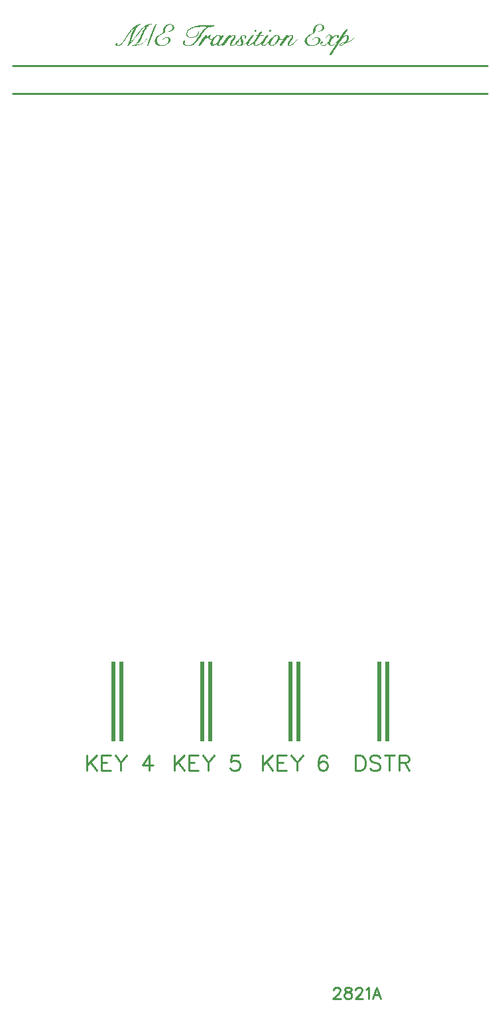
<source format=gto>
G04 Layer: TopSilkscreenLayer*
G04 EasyEDA v6.5.29, 2023-07-16 15:11:24*
G04 b1c9531ddfa049bd996740377cd84ce5,5a6b42c53f6a479593ecc07194224c93,10*
G04 Gerber Generator version 0.2*
G04 Scale: 100 percent, Rotated: No, Reflected: No *
G04 Dimensions in millimeters *
G04 leading zeros omitted , absolute positions ,4 integer and 5 decimal *
%FSLAX45Y45*%
%MOMM*%

%ADD10C,0.2540*%

%LPD*%
G36*
X1760474Y12709499D02*
G01*
X1753819Y12709347D01*
X1746605Y12708788D01*
X1739036Y12707772D01*
X1731365Y12706400D01*
X1723898Y12704622D01*
X1716786Y12702489D01*
X1710334Y12700000D01*
X1702206Y12695834D01*
X1692859Y12690144D01*
X1682699Y12683134D01*
X1672132Y12675260D01*
X1661566Y12666675D01*
X1651355Y12657836D01*
X1641906Y12648946D01*
X1633677Y12640310D01*
X1626514Y12631572D01*
X1596339Y12592253D01*
X1552346Y12533833D01*
X1532636Y12508280D01*
X1517904Y12489942D01*
X1512417Y12483490D01*
X1508150Y12478867D01*
X1505153Y12476022D01*
X1503426Y12475006D01*
X1503019Y12475210D01*
X1503172Y12476886D01*
X1540306Y12578334D01*
X1550568Y12605308D01*
X1559560Y12627864D01*
X1567332Y12645440D01*
X1570532Y12651028D01*
X1574546Y12656921D01*
X1579168Y12663017D01*
X1584299Y12669113D01*
X1589684Y12675057D01*
X1595272Y12680696D01*
X1600860Y12685928D01*
X1606296Y12690551D01*
X1611376Y12694361D01*
X1615998Y12697307D01*
X1620012Y12699187D01*
X1625955Y12700203D01*
X1628241Y12701270D01*
X1629765Y12702743D01*
X1630324Y12704622D01*
X1629562Y12707264D01*
X1627174Y12708788D01*
X1623263Y12709194D01*
X1617929Y12708432D01*
X1611071Y12706553D01*
X1602841Y12703505D01*
X1593240Y12699390D01*
X1582318Y12694208D01*
X1573631Y12689586D01*
X1565097Y12684404D01*
X1556613Y12678664D01*
X1548180Y12672364D01*
X1539798Y12665405D01*
X1531518Y12657886D01*
X1523187Y12649708D01*
X1514856Y12640818D01*
X1506575Y12631318D01*
X1498193Y12621107D01*
X1489811Y12610185D01*
X1481328Y12598552D01*
X1472793Y12586208D01*
X1428394Y12518491D01*
X1419148Y12504877D01*
X1410919Y12493193D01*
X1403654Y12483338D01*
X1397152Y12475006D01*
X1391310Y12468047D01*
X1385925Y12462306D01*
X1380845Y12457531D01*
X1375968Y12453569D01*
X1371142Y12450165D01*
X1362557Y12444933D01*
X1355191Y12441224D01*
X1348994Y12438989D01*
X1343964Y12438227D01*
X1340104Y12438938D01*
X1337360Y12441123D01*
X1335735Y12444831D01*
X1334668Y12454890D01*
X1333296Y12458954D01*
X1331112Y12462103D01*
X1328267Y12464288D01*
X1325016Y12465456D01*
X1321358Y12465456D01*
X1317548Y12464237D01*
X1313738Y12461748D01*
X1308506Y12456312D01*
X1307134Y12451181D01*
X1309674Y12445390D01*
X1316177Y12437973D01*
X1320901Y12434011D01*
X1326083Y12431166D01*
X1331772Y12429490D01*
X1337919Y12428880D01*
X1344625Y12429439D01*
X1351889Y12431115D01*
X1359763Y12433909D01*
X1368196Y12437821D01*
X1375511Y12442037D01*
X1382826Y12447219D01*
X1390192Y12453569D01*
X1397762Y12461189D01*
X1405636Y12470130D01*
X1413916Y12480594D01*
X1422654Y12492685D01*
X1432001Y12506502D01*
X1442059Y12522200D01*
X1461262Y12553442D01*
X1469440Y12566396D01*
X1477467Y12578638D01*
X1493164Y12601092D01*
X1500784Y12611354D01*
X1508252Y12620904D01*
X1515618Y12629845D01*
X1522780Y12638074D01*
X1529892Y12645694D01*
X1536801Y12652603D01*
X1543608Y12658852D01*
X1556562Y12669977D01*
X1565656Y12677190D01*
X1568754Y12679324D01*
X1570786Y12680442D01*
X1571853Y12680543D01*
X1571802Y12679629D01*
X1570634Y12677698D01*
X1565046Y12670688D01*
X1551940Y12655854D01*
X1546910Y12649606D01*
X1542288Y12643307D01*
X1538020Y12636703D01*
X1533956Y12629591D01*
X1530045Y12621768D01*
X1526133Y12612979D01*
X1522171Y12603022D01*
X1513636Y12578537D01*
X1503527Y12546533D01*
X1492707Y12510566D01*
X1486814Y12492431D01*
X1478889Y12470536D01*
X1475384Y12461849D01*
X1468983Y12448032D01*
X1466392Y12441174D01*
X1464919Y12435636D01*
X1464818Y12432284D01*
X1465580Y12431471D01*
X1466951Y12431471D01*
X1468932Y12432233D01*
X1471472Y12433655D01*
X1478026Y12438430D01*
X1486154Y12445441D01*
X1495501Y12454280D01*
X1505712Y12464542D01*
X1516329Y12475921D01*
X1527048Y12487960D01*
X1537360Y12500305D01*
X1553108Y12520726D01*
X1609547Y12595504D01*
X1618691Y12606883D01*
X1627987Y12617958D01*
X1646529Y12638582D01*
X1655622Y12647930D01*
X1664360Y12656464D01*
X1672691Y12664135D01*
X1680514Y12670739D01*
X1687728Y12676276D01*
X1703476Y12687452D01*
X1681734Y12658547D01*
X1676755Y12650825D01*
X1671015Y12641072D01*
X1658010Y12617196D01*
X1651203Y12603784D01*
X1637893Y12575844D01*
X1619097Y12534747D01*
X1607007Y12510211D01*
X1596898Y12491110D01*
X1591513Y12482169D01*
X1586941Y12475921D01*
X1582166Y12469977D01*
X1577238Y12464389D01*
X1572158Y12459208D01*
X1567129Y12454534D01*
X1562100Y12450419D01*
X1557274Y12446914D01*
X1552651Y12444069D01*
X1548333Y12441986D01*
X1544421Y12440716D01*
X1541018Y12440259D01*
X1529791Y12442139D01*
X1522323Y12440666D01*
X1518107Y12437313D01*
X1519224Y12432893D01*
X1520850Y12431979D01*
X1523492Y12431268D01*
X1531518Y12430607D01*
X1542440Y12430810D01*
X1555496Y12431776D01*
X1569923Y12433401D01*
X1584960Y12435586D01*
X1599692Y12438227D01*
X1613458Y12441224D01*
X1625396Y12444476D01*
X1634744Y12447828D01*
X1639722Y12450267D01*
X1644954Y12453213D01*
X1650339Y12456617D01*
X1655876Y12460427D01*
X1667052Y12469114D01*
X1678076Y12478867D01*
X1688541Y12489281D01*
X1693367Y12494564D01*
X1702054Y12505131D01*
X1705762Y12510312D01*
X1709013Y12515291D01*
X1711756Y12520117D01*
X1716481Y12530226D01*
X1717649Y12533630D01*
X1718056Y12535966D01*
X1717802Y12537186D01*
X1716887Y12537389D01*
X1715363Y12536474D01*
X1713331Y12534595D01*
X1707642Y12527686D01*
X1696618Y12511227D01*
X1688642Y12500610D01*
X1679905Y12490704D01*
X1670456Y12481509D01*
X1660448Y12473178D01*
X1649933Y12465710D01*
X1639011Y12459208D01*
X1633474Y12456363D01*
X1622145Y12451435D01*
X1616405Y12449403D01*
X1604924Y12446203D01*
X1591106Y12443663D01*
X1570837Y12439396D01*
X1568551Y12439497D01*
X1569567Y12441682D01*
X1573580Y12445695D01*
X1592834Y12460986D01*
X1600403Y12467793D01*
X1607413Y12474905D01*
X1614068Y12482423D01*
X1620316Y12490450D01*
X1626362Y12499136D01*
X1632204Y12508636D01*
X1637944Y12518999D01*
X1643684Y12530429D01*
X1649526Y12542926D01*
X1668881Y12588290D01*
X1675688Y12603378D01*
X1682496Y12617500D01*
X1689201Y12630658D01*
X1695805Y12642799D01*
X1702257Y12653822D01*
X1708556Y12663678D01*
X1714601Y12672314D01*
X1720392Y12679730D01*
X1728063Y12688062D01*
X1732280Y12692075D01*
X1736089Y12695123D01*
X1739696Y12697256D01*
X1743354Y12698577D01*
X1747316Y12699238D01*
X1751787Y12699390D01*
X1764588Y12698780D01*
X1770532Y12699492D01*
X1774596Y12701016D01*
X1776679Y12703403D01*
X1776526Y12705588D01*
X1774596Y12707264D01*
X1771091Y12708483D01*
X1766316Y12709194D01*
G37*
G36*
X1826717Y12709398D02*
G01*
X1824837Y12709093D01*
X1822957Y12708229D01*
X1821027Y12706654D01*
X1818944Y12704216D01*
X1816760Y12700914D01*
X1814322Y12696596D01*
X1808581Y12684556D01*
X1801368Y12667234D01*
X1726590Y12474600D01*
X1719783Y12456515D01*
X1715465Y12443917D01*
X1713331Y12435789D01*
X1713026Y12433096D01*
X1713179Y12431166D01*
X1713788Y12429845D01*
X1714754Y12429032D01*
X1716074Y12428626D01*
X1719681Y12428474D01*
X1723898Y12429439D01*
X1727707Y12432334D01*
X1731010Y12437211D01*
X1733854Y12443917D01*
X1740204Y12461849D01*
X1832813Y12701066D01*
X1833829Y12704978D01*
X1833270Y12707518D01*
X1830933Y12708940D01*
G37*
G36*
X3919778Y12709347D02*
G01*
X3915867Y12709093D01*
X3911295Y12708432D01*
X3900830Y12705892D01*
X3895191Y12704114D01*
X3884117Y12699898D01*
X3878986Y12697510D01*
X3873652Y12694615D01*
X3868674Y12691567D01*
X3864051Y12688316D01*
X3859733Y12684810D01*
X3855720Y12681051D01*
X3852062Y12676987D01*
X3848709Y12672720D01*
X3845661Y12668148D01*
X3842918Y12663271D01*
X3840479Y12658090D01*
X3838295Y12652552D01*
X3836365Y12646710D01*
X3834739Y12640513D01*
X3833317Y12633960D01*
X3831285Y12619685D01*
X3828287Y12590830D01*
X3794556Y12574727D01*
X3787749Y12571171D01*
X3775151Y12563703D01*
X3769360Y12559893D01*
X3758844Y12552019D01*
X3754069Y12548006D01*
X3749649Y12543942D01*
X3741928Y12535611D01*
X3738575Y12531394D01*
X3735628Y12527127D01*
X3732987Y12522809D01*
X3730751Y12518491D01*
X3728872Y12514122D01*
X3727348Y12509754D01*
X3726179Y12505334D01*
X3725418Y12500914D01*
X3725011Y12496495D01*
X3725011Y12492075D01*
X3725367Y12487656D01*
X3726129Y12483185D01*
X3727246Y12478766D01*
X3728770Y12474397D01*
X3730701Y12469977D01*
X3733037Y12465608D01*
X3735730Y12461290D01*
X3738676Y12457176D01*
X3741826Y12453366D01*
X3745128Y12449860D01*
X3748633Y12446660D01*
X3752392Y12443714D01*
X3756355Y12441072D01*
X3760571Y12438684D01*
X3764991Y12436551D01*
X3769715Y12434722D01*
X3774744Y12433147D01*
X3780028Y12431776D01*
X3785615Y12430709D01*
X3791559Y12429845D01*
X3804412Y12428829D01*
X3811320Y12428677D01*
X3818483Y12428829D01*
X3825595Y12429286D01*
X3832606Y12430099D01*
X3839565Y12431217D01*
X3846423Y12432690D01*
X3853129Y12434468D01*
X3859682Y12436551D01*
X3866083Y12438888D01*
X3872280Y12441529D01*
X3878275Y12444425D01*
X3884066Y12447574D01*
X3889603Y12450978D01*
X3894836Y12454636D01*
X3899814Y12458496D01*
X3904487Y12462611D01*
X3908856Y12466878D01*
X3912870Y12471400D01*
X3916476Y12476073D01*
X3919728Y12480899D01*
X3922572Y12485928D01*
X3925773Y12492685D01*
X3927906Y12498578D01*
X3928922Y12503861D01*
X3928719Y12508738D01*
X3927348Y12513462D01*
X3924757Y12518186D01*
X3920845Y12523266D01*
X3915613Y12528804D01*
X3911447Y12532461D01*
X3906926Y12535560D01*
X3901998Y12537998D01*
X3896868Y12539878D01*
X3891483Y12541199D01*
X3885895Y12541910D01*
X3880154Y12542062D01*
X3874363Y12541656D01*
X3868470Y12540640D01*
X3862628Y12539116D01*
X3856837Y12537033D01*
X3851148Y12534442D01*
X3845610Y12531242D01*
X3840226Y12527584D01*
X3835095Y12523317D01*
X3830320Y12518593D01*
X3825494Y12513056D01*
X3822750Y12509093D01*
X3821937Y12506706D01*
X3822903Y12505893D01*
X3825443Y12506604D01*
X3829507Y12508941D01*
X3834892Y12512802D01*
X3846322Y12522149D01*
X3851351Y12525451D01*
X3856482Y12528194D01*
X3861714Y12530378D01*
X3866896Y12532004D01*
X3872026Y12533020D01*
X3876903Y12533426D01*
X3881577Y12533274D01*
X3885895Y12532461D01*
X3889857Y12530988D01*
X3893261Y12528905D01*
X3896106Y12526213D01*
X3898950Y12521387D01*
X3900779Y12515189D01*
X3901694Y12508026D01*
X3901643Y12500305D01*
X3900678Y12492431D01*
X3898849Y12484811D01*
X3896207Y12477800D01*
X3892702Y12471908D01*
X3888892Y12467234D01*
X3884676Y12462865D01*
X3880104Y12458852D01*
X3875227Y12455144D01*
X3870045Y12451791D01*
X3864559Y12448743D01*
X3858920Y12446101D01*
X3853078Y12443815D01*
X3847084Y12441885D01*
X3840987Y12440310D01*
X3834790Y12439142D01*
X3828643Y12438380D01*
X3822446Y12438024D01*
X3816350Y12438075D01*
X3810304Y12438583D01*
X3804412Y12439497D01*
X3798671Y12440818D01*
X3793185Y12442647D01*
X3787901Y12444882D01*
X3782872Y12447625D01*
X3778097Y12450927D01*
X3773678Y12454737D01*
X3769664Y12459055D01*
X3766058Y12463780D01*
X3762959Y12468809D01*
X3760266Y12474143D01*
X3758133Y12479731D01*
X3756507Y12485471D01*
X3755440Y12491313D01*
X3754932Y12497206D01*
X3755085Y12503150D01*
X3755796Y12508992D01*
X3756964Y12514529D01*
X3758336Y12519761D01*
X3759962Y12524689D01*
X3761790Y12529362D01*
X3763975Y12533782D01*
X3766464Y12537998D01*
X3769309Y12542062D01*
X3772509Y12545974D01*
X3776116Y12549733D01*
X3780129Y12553442D01*
X3789629Y12560706D01*
X3801110Y12567970D01*
X3828287Y12582906D01*
X3833977Y12586309D01*
X3839057Y12589662D01*
X3843528Y12592964D01*
X3847439Y12596266D01*
X3850843Y12599619D01*
X3853687Y12603022D01*
X3856126Y12606578D01*
X3858107Y12610287D01*
X3859733Y12614198D01*
X3860952Y12618364D01*
X3861866Y12622834D01*
X3862476Y12627660D01*
X3863136Y12643967D01*
X3863848Y12649301D01*
X3865016Y12654483D01*
X3866591Y12659461D01*
X3868521Y12664236D01*
X3870858Y12668808D01*
X3873500Y12673126D01*
X3876446Y12677190D01*
X3879697Y12681000D01*
X3883151Y12684506D01*
X3886860Y12687655D01*
X3890772Y12690551D01*
X3894836Y12693040D01*
X3899052Y12695224D01*
X3903370Y12696952D01*
X3907739Y12698323D01*
X3912209Y12699238D01*
X3916679Y12699746D01*
X3921201Y12699796D01*
X3925671Y12699339D01*
X3930091Y12698425D01*
X3934409Y12696952D01*
X3938676Y12694970D01*
X3942740Y12692430D01*
X3946753Y12688824D01*
X3949801Y12684353D01*
X3951884Y12679070D01*
X3953052Y12673126D01*
X3953256Y12666675D01*
X3952494Y12659868D01*
X3950715Y12652756D01*
X3947922Y12645542D01*
X3944721Y12640564D01*
X3939895Y12635585D01*
X3933901Y12630861D01*
X3927246Y12626695D01*
X3920337Y12623342D01*
X3913733Y12621056D01*
X3907840Y12620091D01*
X3903167Y12620701D01*
X3900424Y12621361D01*
X3897731Y12621310D01*
X3895547Y12620599D01*
X3894023Y12619228D01*
X3893565Y12616942D01*
X3895039Y12615062D01*
X3898087Y12613640D01*
X3902405Y12612674D01*
X3907790Y12612268D01*
X3913835Y12612420D01*
X3920236Y12613182D01*
X3926738Y12614656D01*
X3932986Y12616637D01*
X3938930Y12619126D01*
X3944569Y12622072D01*
X3949852Y12625374D01*
X3954729Y12628981D01*
X3959148Y12632944D01*
X3963162Y12637109D01*
X3966667Y12641529D01*
X3969664Y12646050D01*
X3972051Y12650724D01*
X3973931Y12655448D01*
X3975150Y12660223D01*
X3975709Y12664998D01*
X3975557Y12669672D01*
X3974744Y12674244D01*
X3973169Y12678664D01*
X3970985Y12682626D01*
X3968089Y12686487D01*
X3964635Y12690195D01*
X3960622Y12693700D01*
X3956202Y12697002D01*
X3951427Y12700000D01*
X3946347Y12702641D01*
X3941114Y12704927D01*
X3935729Y12706807D01*
X3930345Y12708178D01*
X3924960Y12709042D01*
G37*
G36*
X2004314Y12709093D02*
G01*
X1997710Y12708839D01*
X1990953Y12707975D01*
X1984146Y12706502D01*
X1977237Y12704470D01*
X1970328Y12701879D01*
X1963420Y12698679D01*
X1957171Y12695224D01*
X1951329Y12691364D01*
X1945944Y12687198D01*
X1941068Y12682626D01*
X1936597Y12677749D01*
X1932584Y12672517D01*
X1929028Y12666929D01*
X1925929Y12660985D01*
X1923338Y12654737D01*
X1921154Y12648184D01*
X1919528Y12641275D01*
X1918309Y12634010D01*
X1915820Y12615926D01*
X1914601Y12609068D01*
X1913178Y12603327D01*
X1911400Y12598501D01*
X1909216Y12594488D01*
X1906473Y12590983D01*
X1902968Y12587782D01*
X1898599Y12584684D01*
X1893214Y12581534D01*
X1878990Y12574117D01*
X1864360Y12566192D01*
X1857756Y12562179D01*
X1851609Y12558115D01*
X1845919Y12554000D01*
X1840687Y12549886D01*
X1835861Y12545669D01*
X1831543Y12541453D01*
X1827631Y12537186D01*
X1824177Y12532817D01*
X1821180Y12528448D01*
X1818639Y12523978D01*
X1816455Y12519456D01*
X1814779Y12514884D01*
X1813509Y12510211D01*
X1812645Y12505486D01*
X1811934Y12499289D01*
X1811629Y12493345D01*
X1811629Y12487757D01*
X1812036Y12482474D01*
X1812798Y12477445D01*
X1813966Y12472670D01*
X1815490Y12468148D01*
X1817420Y12463881D01*
X1819706Y12459817D01*
X1822450Y12455956D01*
X1825599Y12452248D01*
X1829206Y12448794D01*
X1833219Y12445441D01*
X1837639Y12442240D01*
X1842516Y12439243D01*
X1847900Y12436297D01*
X1851609Y12434671D01*
X1856028Y12433198D01*
X1861007Y12431928D01*
X1866493Y12430861D01*
X1878634Y12429337D01*
X1891741Y12428575D01*
X1905152Y12428626D01*
X1918157Y12429540D01*
X1924304Y12430302D01*
X1935429Y12432487D01*
X1940255Y12433909D01*
X1945741Y12436043D01*
X1951532Y12438684D01*
X1957476Y12441783D01*
X1963470Y12445288D01*
X1975307Y12453264D01*
X1986229Y12462002D01*
X1991106Y12466472D01*
X1995525Y12470942D01*
X1999284Y12475311D01*
X2002383Y12479528D01*
X2005482Y12484709D01*
X2007870Y12489840D01*
X2009546Y12494920D01*
X2010562Y12499797D01*
X2010968Y12504572D01*
X2010816Y12509195D01*
X2010054Y12513614D01*
X2008733Y12517780D01*
X2006955Y12521742D01*
X2004618Y12525400D01*
X2001875Y12528804D01*
X1998675Y12531852D01*
X1995119Y12534595D01*
X1991156Y12536982D01*
X1986838Y12538913D01*
X1982216Y12540488D01*
X1977339Y12541605D01*
X1972157Y12542316D01*
X1966772Y12542469D01*
X1961184Y12542164D01*
X1955393Y12541300D01*
X1949500Y12539878D01*
X1943455Y12537846D01*
X1937359Y12535255D01*
X1930704Y12531750D01*
X1924507Y12527737D01*
X1918919Y12523520D01*
X1914194Y12519253D01*
X1910537Y12515138D01*
X1908149Y12511481D01*
X1907286Y12508382D01*
X1908098Y12506147D01*
X1909825Y12505486D01*
X1912061Y12506045D01*
X1914652Y12507671D01*
X1921459Y12514884D01*
X1926336Y12519253D01*
X1931670Y12523165D01*
X1937257Y12526518D01*
X1943049Y12529312D01*
X1948789Y12531394D01*
X1954326Y12532715D01*
X1959508Y12533223D01*
X1964588Y12532868D01*
X1969160Y12531953D01*
X1973224Y12530429D01*
X1976729Y12528448D01*
X1979726Y12525908D01*
X1982216Y12523012D01*
X1984197Y12519660D01*
X1985721Y12516002D01*
X1986737Y12512090D01*
X1987245Y12507874D01*
X1987296Y12503454D01*
X1986889Y12498882D01*
X1986025Y12494209D01*
X1984705Y12489434D01*
X1982927Y12484658D01*
X1980692Y12479883D01*
X1977999Y12475159D01*
X1974900Y12470587D01*
X1971395Y12466116D01*
X1967433Y12461900D01*
X1963064Y12457887D01*
X1958339Y12454178D01*
X1953158Y12450826D01*
X1947570Y12447828D01*
X1941982Y12445339D01*
X1936343Y12443206D01*
X1930755Y12441428D01*
X1925167Y12440056D01*
X1919579Y12439040D01*
X1914093Y12438329D01*
X1908657Y12438024D01*
X1903323Y12438075D01*
X1898091Y12438430D01*
X1893011Y12439091D01*
X1888032Y12440107D01*
X1883206Y12441377D01*
X1878533Y12443002D01*
X1874062Y12444933D01*
X1869795Y12447117D01*
X1865731Y12449556D01*
X1861921Y12452299D01*
X1858365Y12455347D01*
X1855012Y12458598D01*
X1852015Y12462103D01*
X1849272Y12465862D01*
X1846834Y12469876D01*
X1844751Y12474092D01*
X1843024Y12478562D01*
X1841601Y12483185D01*
X1840636Y12488062D01*
X1839975Y12493142D01*
X1839772Y12498374D01*
X1839975Y12505080D01*
X1840484Y12511379D01*
X1841398Y12517323D01*
X1842719Y12522911D01*
X1844446Y12528143D01*
X1846681Y12533172D01*
X1849374Y12537948D01*
X1852625Y12542469D01*
X1856384Y12546888D01*
X1860753Y12551156D01*
X1865680Y12555270D01*
X1871268Y12559385D01*
X1877517Y12563449D01*
X1884425Y12567513D01*
X1892046Y12571628D01*
X1908302Y12579807D01*
X1915261Y12583668D01*
X1921357Y12587528D01*
X1926691Y12591338D01*
X1931162Y12595250D01*
X1934972Y12599263D01*
X1938070Y12603429D01*
X1940509Y12607798D01*
X1942338Y12612420D01*
X1943607Y12617348D01*
X1944370Y12622631D01*
X1944979Y12634569D01*
X1945893Y12641021D01*
X1947418Y12647523D01*
X1949399Y12653975D01*
X1951837Y12660274D01*
X1954682Y12666370D01*
X1957832Y12672110D01*
X1961337Y12677394D01*
X1965045Y12682169D01*
X1968957Y12686334D01*
X1973021Y12689789D01*
X1977237Y12692380D01*
X1984044Y12695428D01*
X1991004Y12697612D01*
X1997862Y12698933D01*
X2004618Y12699390D01*
X2011070Y12698933D01*
X2017166Y12697663D01*
X2022754Y12695478D01*
X2027732Y12692430D01*
X2031390Y12688265D01*
X2034133Y12682423D01*
X2035962Y12675412D01*
X2036775Y12667691D01*
X2036622Y12659817D01*
X2035454Y12652197D01*
X2033219Y12645491D01*
X2029968Y12640056D01*
X2025802Y12635788D01*
X2020620Y12631775D01*
X2014728Y12628118D01*
X2008530Y12624968D01*
X2002332Y12622479D01*
X1996439Y12620802D01*
X1991156Y12620040D01*
X1986788Y12620447D01*
X1983333Y12621056D01*
X1980488Y12621006D01*
X1978558Y12620294D01*
X1977847Y12619024D01*
X1978660Y12616688D01*
X1981098Y12614808D01*
X1984756Y12613487D01*
X1989531Y12612624D01*
X1995119Y12612319D01*
X2001266Y12612624D01*
X2007819Y12613487D01*
X2014474Y12615011D01*
X2022297Y12617958D01*
X2030780Y12622428D01*
X2038857Y12627813D01*
X2045563Y12633553D01*
X2049475Y12637617D01*
X2052523Y12641326D01*
X2054860Y12644882D01*
X2056485Y12648488D01*
X2057552Y12652349D01*
X2058060Y12656667D01*
X2058162Y12661595D01*
X2057857Y12667488D01*
X2057298Y12673279D01*
X2056485Y12678156D01*
X2055266Y12682321D01*
X2053640Y12685877D01*
X2051405Y12689128D01*
X2048510Y12692176D01*
X2044801Y12695275D01*
X2040229Y12698526D01*
X2034844Y12701727D01*
X2029155Y12704368D01*
X2023262Y12706451D01*
X2017115Y12707924D01*
X2010816Y12708788D01*
G37*
G36*
X2573528Y12695072D02*
G01*
X2446121Y12694412D01*
X2413000Y12693548D01*
X2399233Y12692938D01*
X2387041Y12692126D01*
X2376068Y12691110D01*
X2366213Y12689890D01*
X2357069Y12688468D01*
X2348534Y12686792D01*
X2335377Y12683642D01*
X2318359Y12678918D01*
X2310333Y12676428D01*
X2295245Y12671094D01*
X2281529Y12665354D01*
X2275128Y12662357D01*
X2263292Y12656007D01*
X2252827Y12649250D01*
X2248052Y12645745D01*
X2239518Y12638379D01*
X2235758Y12634569D01*
X2232304Y12630607D01*
X2229154Y12626594D01*
X2226360Y12622479D01*
X2223922Y12618262D01*
X2221788Y12613944D01*
X2219960Y12609525D01*
X2218486Y12605004D01*
X2217318Y12600381D01*
X2216505Y12595656D01*
X2215997Y12590830D01*
X2215845Y12585903D01*
X2216251Y12577419D01*
X2217267Y12569088D01*
X2218842Y12561874D01*
X2220772Y12556744D01*
X2222906Y12553340D01*
X2225548Y12550190D01*
X2228646Y12547295D01*
X2232202Y12544704D01*
X2236114Y12542418D01*
X2240381Y12540386D01*
X2244953Y12538608D01*
X2249830Y12537084D01*
X2254961Y12535865D01*
X2260346Y12534900D01*
X2265883Y12534188D01*
X2271572Y12533731D01*
X2277364Y12533579D01*
X2289251Y12534036D01*
X2301189Y12535509D01*
X2307082Y12536627D01*
X2312924Y12537998D01*
X2318664Y12539624D01*
X2329637Y12543688D01*
X2334768Y12546076D01*
X2339695Y12548717D01*
X2344369Y12551613D01*
X2348687Y12554762D01*
X2352649Y12558115D01*
X2356256Y12561773D01*
X2359710Y12566294D01*
X2363216Y12572339D01*
X2366772Y12579451D01*
X2370023Y12587224D01*
X2372918Y12595098D01*
X2375255Y12602718D01*
X2376830Y12609626D01*
X2377490Y12615316D01*
X2377236Y12620294D01*
X2376322Y12623088D01*
X2374950Y12624003D01*
X2373223Y12623139D01*
X2371293Y12620650D01*
X2369464Y12616688D01*
X2367737Y12611404D01*
X2365298Y12599466D01*
X2363774Y12594132D01*
X2361844Y12589002D01*
X2359507Y12584074D01*
X2356815Y12579400D01*
X2353716Y12574930D01*
X2350312Y12570663D01*
X2346502Y12566700D01*
X2342438Y12562941D01*
X2337968Y12559436D01*
X2333244Y12556236D01*
X2328265Y12553340D01*
X2322931Y12550698D01*
X2317394Y12548362D01*
X2311552Y12546330D01*
X2305507Y12544653D01*
X2299208Y12543282D01*
X2292705Y12542215D01*
X2285949Y12541554D01*
X2279040Y12541199D01*
X2270658Y12541300D01*
X2263038Y12541910D01*
X2256231Y12543129D01*
X2250135Y12544907D01*
X2244801Y12547346D01*
X2240178Y12550343D01*
X2236266Y12554051D01*
X2233015Y12558369D01*
X2230424Y12563348D01*
X2228443Y12569037D01*
X2227072Y12575438D01*
X2226310Y12582550D01*
X2226106Y12593624D01*
X2227326Y12602768D01*
X2229967Y12610693D01*
X2234285Y12618059D01*
X2236673Y12621056D01*
X2239619Y12624206D01*
X2246934Y12630556D01*
X2255875Y12636957D01*
X2265984Y12643154D01*
X2277008Y12648895D01*
X2288438Y12654076D01*
X2299970Y12658394D01*
X2311247Y12661696D01*
X2322322Y12664033D01*
X2335479Y12666218D01*
X2350058Y12668199D01*
X2365603Y12669977D01*
X2381554Y12671399D01*
X2397302Y12672517D01*
X2412390Y12673279D01*
X2426157Y12673634D01*
X2438146Y12673482D01*
X2447747Y12672822D01*
X2472588Y12670028D01*
X2450998Y12654280D01*
X2443734Y12648336D01*
X2436418Y12641630D01*
X2429052Y12634163D01*
X2421585Y12625984D01*
X2414066Y12616992D01*
X2406446Y12607239D01*
X2398725Y12596672D01*
X2390952Y12585293D01*
X2382977Y12573101D01*
X2373223Y12557455D01*
X2362200Y12540284D01*
X2351836Y12524638D01*
X2342083Y12510617D01*
X2332786Y12498019D01*
X2323896Y12486792D01*
X2315413Y12476937D01*
X2307183Y12468301D01*
X2299258Y12460884D01*
X2291435Y12454585D01*
X2283764Y12449302D01*
X2276094Y12444984D01*
X2268372Y12441580D01*
X2260600Y12439040D01*
X2256637Y12438024D01*
X2251049Y12437059D01*
X2245360Y12436500D01*
X2239518Y12436348D01*
X2233726Y12436652D01*
X2227935Y12437364D01*
X2222296Y12438430D01*
X2216861Y12439904D01*
X2211679Y12441682D01*
X2206802Y12443866D01*
X2202383Y12446304D01*
X2198370Y12449098D01*
X2194915Y12452146D01*
X2189581Y12457836D01*
X2187651Y12461494D01*
X2188921Y12464186D01*
X2193239Y12467031D01*
X2197049Y12470079D01*
X2199690Y12474092D01*
X2201164Y12478613D01*
X2201468Y12483338D01*
X2200706Y12487960D01*
X2198827Y12492075D01*
X2195880Y12495428D01*
X2191816Y12497562D01*
X2186889Y12498527D01*
X2182418Y12498222D01*
X2178405Y12496749D01*
X2174951Y12494158D01*
X2172157Y12490551D01*
X2170074Y12485979D01*
X2168804Y12480544D01*
X2168398Y12474295D01*
X2168702Y12468809D01*
X2169566Y12463678D01*
X2170988Y12458852D01*
X2172919Y12454432D01*
X2175357Y12450318D01*
X2178304Y12446558D01*
X2181809Y12443155D01*
X2185822Y12440056D01*
X2190343Y12437364D01*
X2195423Y12435027D01*
X2200960Y12432995D01*
X2207006Y12431369D01*
X2213559Y12430099D01*
X2220620Y12429185D01*
X2228189Y12428626D01*
X2241499Y12428524D01*
X2251760Y12429185D01*
X2261666Y12430506D01*
X2271318Y12432487D01*
X2280666Y12435281D01*
X2289860Y12438786D01*
X2298852Y12443155D01*
X2307691Y12448336D01*
X2316480Y12454331D01*
X2325217Y12461290D01*
X2333955Y12469164D01*
X2342743Y12478004D01*
X2351582Y12487808D01*
X2360523Y12498679D01*
X2369616Y12510617D01*
X2378913Y12523622D01*
X2388463Y12537744D01*
X2398318Y12553035D01*
X2420924Y12589357D01*
X2431135Y12605156D01*
X2440381Y12618669D01*
X2448864Y12630150D01*
X2456840Y12639751D01*
X2460650Y12643916D01*
X2464460Y12647676D01*
X2471928Y12654076D01*
X2479548Y12659156D01*
X2483408Y12661239D01*
X2487422Y12663068D01*
X2491536Y12664643D01*
X2500223Y12667132D01*
X2509774Y12668961D01*
X2520340Y12670231D01*
X2553055Y12672822D01*
X2559862Y12673736D01*
X2564790Y12674955D01*
X2568092Y12676479D01*
X2570175Y12678460D01*
X2571343Y12681102D01*
X2572004Y12684404D01*
G37*
G36*
X4260342Y12642697D02*
G01*
X4256938Y12642443D01*
X4253687Y12641478D01*
X4250537Y12639700D01*
X4247286Y12637109D01*
X4243832Y12633452D01*
X4240072Y12628676D01*
X4235856Y12622682D01*
X4215841Y12591440D01*
X4196588Y12562535D01*
X4178503Y12536982D01*
X4169918Y12525400D01*
X4153458Y12504623D01*
X4145584Y12495377D01*
X4137964Y12486894D01*
X4130497Y12479121D01*
X4123283Y12472111D01*
X4116222Y12465761D01*
X4109364Y12460122D01*
X4102658Y12455144D01*
X4096054Y12450826D01*
X4089654Y12447117D01*
X4083304Y12444069D01*
X4074058Y12440666D01*
X4068470Y12439802D01*
X4063441Y12440462D01*
X4059021Y12442545D01*
X4055364Y12445847D01*
X4052620Y12450216D01*
X4050944Y12455550D01*
X4050385Y12461646D01*
X4051147Y12468301D01*
X4052570Y12473889D01*
X4054449Y12479680D01*
X4056837Y12485522D01*
X4059631Y12491516D01*
X4062780Y12497511D01*
X4066286Y12503505D01*
X4070096Y12509449D01*
X4078427Y12520930D01*
X4082846Y12526365D01*
X4092041Y12536424D01*
X4096765Y12540945D01*
X4106113Y12548666D01*
X4110736Y12551816D01*
X4115206Y12554407D01*
X4119524Y12556388D01*
X4123639Y12557760D01*
X4127500Y12558369D01*
X4134916Y12558522D01*
X4138929Y12557099D01*
X4140301Y12553137D01*
X4139590Y12538964D01*
X4140708Y12535103D01*
X4143806Y12533680D01*
X4149445Y12534036D01*
X4154576Y12535458D01*
X4158234Y12538202D01*
X4160621Y12542418D01*
X4161891Y12548362D01*
X4161993Y12552934D01*
X4161231Y12556998D01*
X4159656Y12560503D01*
X4157370Y12563449D01*
X4154373Y12565888D01*
X4150817Y12567767D01*
X4146651Y12569088D01*
X4142028Y12569850D01*
X4136948Y12570053D01*
X4131513Y12569698D01*
X4125772Y12568732D01*
X4119829Y12567208D01*
X4113682Y12565024D01*
X4107434Y12562332D01*
X4101084Y12558979D01*
X4094784Y12555016D01*
X4078173Y12543739D01*
X4072229Y12554813D01*
X4068724Y12560096D01*
X4064203Y12564668D01*
X4059021Y12568377D01*
X4053230Y12571222D01*
X4047134Y12573050D01*
X4040936Y12573812D01*
X4034739Y12573457D01*
X4028795Y12571933D01*
X4023512Y12569088D01*
X4017416Y12564618D01*
X4011015Y12559030D01*
X4004868Y12552934D01*
X3999484Y12546838D01*
X3995420Y12541351D01*
X3993235Y12537033D01*
X3993387Y12534392D01*
X3995572Y12534849D01*
X3999839Y12537795D01*
X4005478Y12542774D01*
X4018483Y12555728D01*
X4024325Y12560604D01*
X4029557Y12563906D01*
X4034231Y12565684D01*
X4038447Y12565888D01*
X4042156Y12564567D01*
X4045458Y12561722D01*
X4048353Y12557404D01*
X4049877Y12553696D01*
X4050792Y12549530D01*
X4051096Y12544907D01*
X4050893Y12539878D01*
X4050131Y12534442D01*
X4048810Y12528753D01*
X4047032Y12522758D01*
X4044746Y12516612D01*
X4041952Y12510211D01*
X4038752Y12503759D01*
X4035094Y12497206D01*
X4031030Y12490602D01*
X4026611Y12484049D01*
X4021785Y12477546D01*
X4016603Y12471146D01*
X4011066Y12464948D01*
X4004970Y12458801D01*
X3998671Y12453467D01*
X3992270Y12448844D01*
X3985768Y12445034D01*
X3979367Y12442037D01*
X3973068Y12439904D01*
X3966921Y12438532D01*
X3961079Y12438126D01*
X3955542Y12438532D01*
X3950462Y12439904D01*
X3945839Y12442190D01*
X3941775Y12445441D01*
X3936187Y12452248D01*
X3934815Y12457226D01*
X3937762Y12460630D01*
X3949395Y12464034D01*
X3952951Y12466624D01*
X3955542Y12470079D01*
X3957116Y12473990D01*
X3957523Y12478004D01*
X3956761Y12481814D01*
X3954678Y12485014D01*
X3951224Y12487198D01*
X3947007Y12488265D01*
X3942892Y12488316D01*
X3938981Y12487452D01*
X3935323Y12485725D01*
X3932021Y12483236D01*
X3929176Y12480137D01*
X3926789Y12476480D01*
X3925011Y12472416D01*
X3923842Y12467996D01*
X3923436Y12463322D01*
X3923842Y12458547D01*
X3925163Y12453721D01*
X3927500Y12448489D01*
X3930446Y12443968D01*
X3933901Y12440005D01*
X3937812Y12436703D01*
X3942232Y12434062D01*
X3947058Y12432080D01*
X3952290Y12430709D01*
X3957828Y12430048D01*
X3963670Y12429998D01*
X3969765Y12430607D01*
X3976115Y12431877D01*
X3982669Y12433808D01*
X3989324Y12436398D01*
X3996080Y12439700D01*
X4002938Y12443612D01*
X4017873Y12453772D01*
X4023969Y12457582D01*
X4027576Y12459258D01*
X4028033Y12458496D01*
X4027271Y12454839D01*
X4028490Y12450318D01*
X4031284Y12445390D01*
X4035298Y12440412D01*
X4040174Y12435789D01*
X4045458Y12431979D01*
X4050792Y12429388D01*
X4055821Y12428474D01*
X4061510Y12428829D01*
X4067657Y12429998D01*
X4074109Y12431928D01*
X4080865Y12434620D01*
X4087926Y12438024D01*
X4095191Y12442139D01*
X4102709Y12446914D01*
X4127042Y12464389D01*
X4130395Y12466370D01*
X4132681Y12467386D01*
X4134002Y12467386D01*
X4134307Y12466269D01*
X4133646Y12464135D01*
X4129582Y12456566D01*
X4087418Y12390577D01*
X4054652Y12338710D01*
X4044797Y12322556D01*
X4039666Y12313615D01*
X4039006Y12312040D01*
X4040073Y12311024D01*
X4042867Y12310211D01*
X4047032Y12309652D01*
X4052112Y12309500D01*
X4056024Y12309805D01*
X4059529Y12310719D01*
X4062882Y12312548D01*
X4066235Y12315393D01*
X4069791Y12319558D01*
X4073753Y12325146D01*
X4078376Y12332462D01*
X4092041Y12355474D01*
X4104944Y12376404D01*
X4119575Y12399365D01*
X4135170Y12423241D01*
X4151122Y12447066D01*
X4166666Y12469825D01*
X4181144Y12490450D01*
X4193895Y12508026D01*
X4204258Y12521539D01*
X4212031Y12530632D01*
X4217517Y12536474D01*
X4222851Y12541605D01*
X4227982Y12546126D01*
X4232960Y12549936D01*
X4237634Y12553086D01*
X4242054Y12555575D01*
X4246219Y12557404D01*
X4250029Y12558572D01*
X4253484Y12559030D01*
X4256582Y12558826D01*
X4259275Y12557963D01*
X4261510Y12556388D01*
X4263339Y12554153D01*
X4264609Y12551257D01*
X4265422Y12547650D01*
X4265676Y12543383D01*
X4265320Y12538456D01*
X4264406Y12532817D01*
X4262882Y12526467D01*
X4260240Y12517628D01*
X4257649Y12509804D01*
X4254906Y12502997D01*
X4252010Y12497054D01*
X4248861Y12491974D01*
X4245457Y12487554D01*
X4241596Y12483846D01*
X4237329Y12480645D01*
X4232554Y12478004D01*
X4227118Y12475718D01*
X4221073Y12473736D01*
X4203344Y12469317D01*
X4193844Y12466269D01*
X4185869Y12462967D01*
X4179265Y12459360D01*
X4174134Y12455499D01*
X4170476Y12451384D01*
X4168292Y12446965D01*
X4167967Y12444831D01*
X4181703Y12444831D01*
X4182668Y12447879D01*
X4184802Y12450978D01*
X4187901Y12454026D01*
X4191812Y12456820D01*
X4196537Y12459258D01*
X4201871Y12461138D01*
X4210558Y12463576D01*
X4217365Y12465202D01*
X4222292Y12466015D01*
X4225493Y12466015D01*
X4227068Y12465151D01*
X4227068Y12463475D01*
X4225544Y12460884D01*
X4222699Y12457430D01*
X4218482Y12453518D01*
X4213199Y12449657D01*
X4207256Y12446101D01*
X4201109Y12443002D01*
X4195216Y12440615D01*
X4190034Y12439091D01*
X4185970Y12438634D01*
X4183481Y12439497D01*
X4181906Y12441986D01*
X4181703Y12444831D01*
X4167967Y12444831D01*
X4167581Y12442291D01*
X4167835Y12438684D01*
X4168698Y12435636D01*
X4170070Y12433096D01*
X4172000Y12431166D01*
X4174439Y12429794D01*
X4177334Y12428931D01*
X4180738Y12428626D01*
X4184599Y12428931D01*
X4188917Y12429744D01*
X4193641Y12431064D01*
X4198772Y12432944D01*
X4204309Y12435382D01*
X4210253Y12438380D01*
X4216501Y12441885D01*
X4223156Y12445949D01*
X4235653Y12454128D01*
X4241647Y12457785D01*
X4254195Y12464643D01*
X4266285Y12470434D01*
X4276344Y12474295D01*
X4285589Y12477496D01*
X4295394Y12481509D01*
X4304588Y12485827D01*
X4312056Y12489942D01*
X4317034Y12493294D01*
X4322267Y12497206D01*
X4332986Y12506299D01*
X4342993Y12516002D01*
X4347362Y12520625D01*
X4351121Y12524994D01*
X4354068Y12528854D01*
X4356100Y12532106D01*
X4357065Y12534544D01*
X4356760Y12536017D01*
X4354372Y12535763D01*
X4350156Y12532969D01*
X4344670Y12528042D01*
X4334611Y12517374D01*
X4330496Y12513360D01*
X4326077Y12509449D01*
X4321403Y12505740D01*
X4311396Y12498832D01*
X4306112Y12495682D01*
X4295038Y12489992D01*
X4289298Y12487503D01*
X4283456Y12485268D01*
X4266082Y12479731D01*
X4277106Y12495174D01*
X4279442Y12498832D01*
X4281627Y12503048D01*
X4283710Y12507671D01*
X4285589Y12512649D01*
X4287215Y12517780D01*
X4289602Y12528143D01*
X4290263Y12533172D01*
X4290974Y12545212D01*
X4290110Y12553137D01*
X4287012Y12558674D01*
X4281271Y12563500D01*
X4275836Y12566853D01*
X4270552Y12569190D01*
X4265218Y12570510D01*
X4259783Y12570815D01*
X4254144Y12570053D01*
X4248200Y12568224D01*
X4241800Y12565380D01*
X4234840Y12561468D01*
X4218838Y12551714D01*
X4232452Y12573914D01*
X4245965Y12594590D01*
X4262831Y12618923D01*
X4267352Y12626187D01*
X4270197Y12631928D01*
X4271467Y12636246D01*
X4271060Y12639294D01*
X4269079Y12641326D01*
X4265472Y12642392D01*
G37*
G36*
X3287979Y12637719D02*
G01*
X3281273Y12637566D01*
X3275787Y12634772D01*
X3272891Y12628930D01*
X3272942Y12621666D01*
X3275584Y12615011D01*
X3280460Y12610846D01*
X3284016Y12610287D01*
X3287623Y12611150D01*
X3291078Y12613132D01*
X3294126Y12616027D01*
X3296564Y12619532D01*
X3298139Y12623393D01*
X3298698Y12627406D01*
X3297986Y12631267D01*
X3294176Y12635534D01*
G37*
G36*
X3094431Y12637312D02*
G01*
X3090570Y12636296D01*
X3087319Y12633960D01*
X3085033Y12630200D01*
X3084220Y12626187D01*
X3084779Y12622225D01*
X3086404Y12618466D01*
X3088894Y12615214D01*
X3092094Y12612624D01*
X3095752Y12610896D01*
X3099663Y12610338D01*
X3103626Y12611100D01*
X3106775Y12613081D01*
X3108909Y12616180D01*
X3110026Y12620142D01*
X3109925Y12624816D01*
X3108502Y12629388D01*
X3105861Y12632994D01*
X3102406Y12635585D01*
X3098495Y12637008D01*
G37*
G36*
X3171494Y12614148D02*
G01*
X3168650Y12613792D01*
X3165703Y12612776D01*
X3162655Y12610998D01*
X3159455Y12608509D01*
X3156102Y12605207D01*
X3152495Y12601092D01*
X3148634Y12596164D01*
X3140354Y12584379D01*
X3136442Y12579350D01*
X3132886Y12575235D01*
X3129483Y12571984D01*
X3126282Y12569545D01*
X3123184Y12567818D01*
X3120186Y12566853D01*
X3112820Y12566142D01*
X3109315Y12565126D01*
X3106877Y12563602D01*
X3106013Y12561773D01*
X3106572Y12559944D01*
X3108096Y12558420D01*
X3110382Y12557404D01*
X3118205Y12556490D01*
X3119729Y12555880D01*
X3120288Y12555169D01*
X3119831Y12553696D01*
X3116427Y12547447D01*
X3110331Y12537795D01*
X3102457Y12525959D01*
X3084372Y12500305D01*
X3075838Y12488875D01*
X3065983Y12476734D01*
X3060954Y12471501D01*
X3055670Y12466523D01*
X3050286Y12461798D01*
X3039364Y12453366D01*
X3028797Y12446508D01*
X3023819Y12443815D01*
X3019145Y12441580D01*
X3014878Y12439904D01*
X3011017Y12438786D01*
X3007715Y12438329D01*
X3005023Y12438532D01*
X3002991Y12439446D01*
X3001721Y12441072D01*
X3001314Y12443510D01*
X3001518Y12445238D01*
X3002229Y12447625D01*
X3005023Y12454026D01*
X3009392Y12462408D01*
X3015183Y12472517D01*
X3022193Y12483998D01*
X3030321Y12496546D01*
X3039313Y12509906D01*
X3062173Y12542113D01*
X3070453Y12554305D01*
X3072942Y12558522D01*
X3074365Y12561570D01*
X3074822Y12563754D01*
X3074314Y12565176D01*
X3072942Y12566040D01*
X3070758Y12566396D01*
X3064154Y12566548D01*
X3060039Y12566294D01*
X3056280Y12565380D01*
X3052673Y12563703D01*
X3048965Y12561011D01*
X3045002Y12557150D01*
X3040583Y12551918D01*
X3035452Y12545212D01*
X3024073Y12529210D01*
X3013608Y12515189D01*
X3003499Y12502438D01*
X2993644Y12491059D01*
X2984042Y12480950D01*
X2974644Y12472060D01*
X2965399Y12464338D01*
X2956306Y12457785D01*
X2947263Y12452350D01*
X2938272Y12448032D01*
X2933801Y12446254D01*
X2929890Y12445187D01*
X2928772Y12446508D01*
X2930499Y12450927D01*
X2938272Y12464542D01*
X2940456Y12468860D01*
X2941726Y12472771D01*
X2942183Y12476784D01*
X2941675Y12481407D01*
X2940304Y12487097D01*
X2929382Y12521488D01*
X2927502Y12528753D01*
X2926232Y12535103D01*
X2925470Y12540538D01*
X2925368Y12545212D01*
X2925775Y12549124D01*
X2926791Y12552375D01*
X2928416Y12555016D01*
X2930601Y12557048D01*
X2933395Y12558623D01*
X2936748Y12559741D01*
X2942691Y12560858D01*
X2947568Y12561062D01*
X2951480Y12560198D01*
X2954375Y12558268D01*
X2956356Y12555321D01*
X2957423Y12551257D01*
X2957576Y12546076D01*
X2956306Y12533680D01*
X2956610Y12529007D01*
X2957830Y12525705D01*
X2959862Y12523825D01*
X2962605Y12523419D01*
X2966059Y12524486D01*
X2970123Y12527026D01*
X2974746Y12531140D01*
X2977896Y12534900D01*
X2980029Y12538710D01*
X2981147Y12542570D01*
X2981401Y12546380D01*
X2980740Y12550089D01*
X2979318Y12553645D01*
X2977134Y12556998D01*
X2974289Y12560096D01*
X2970834Y12562890D01*
X2966821Y12565278D01*
X2962300Y12567259D01*
X2957322Y12568783D01*
X2951988Y12569748D01*
X2946349Y12570104D01*
X2940456Y12569850D01*
X2934309Y12568834D01*
X2928416Y12567005D01*
X2922574Y12564211D01*
X2916986Y12560706D01*
X2911957Y12556642D01*
X2907639Y12552222D01*
X2904286Y12547650D01*
X2902102Y12543180D01*
X2900781Y12535712D01*
X2899206Y12531852D01*
X2896768Y12527483D01*
X2893669Y12522758D01*
X2889961Y12517882D01*
X2885846Y12513005D01*
X2881477Y12508280D01*
X2876956Y12503912D01*
X2872486Y12500051D01*
X2868218Y12496850D01*
X2864205Y12494463D01*
X2855112Y12490958D01*
X2850896Y12487503D01*
X2847848Y12482677D01*
X2844546Y12472162D01*
X2842158Y12467894D01*
X2838907Y12463475D01*
X2836721Y12461036D01*
X2858465Y12461036D01*
X2859024Y12465812D01*
X2860802Y12468758D01*
X2864053Y12470079D01*
X2874467Y12470130D01*
X2878124Y12472009D01*
X2880563Y12476226D01*
X2883560Y12488824D01*
X2885541Y12494818D01*
X2888030Y12500813D01*
X2890875Y12506452D01*
X2893822Y12511379D01*
X2896768Y12515342D01*
X2899460Y12517983D01*
X2901696Y12518898D01*
X2903270Y12517475D01*
X2905353Y12513513D01*
X2907741Y12507671D01*
X2910078Y12500508D01*
X2912516Y12491618D01*
X2914192Y12483642D01*
X2915107Y12476429D01*
X2915259Y12469926D01*
X2914650Y12463983D01*
X2913278Y12458496D01*
X2911094Y12453366D01*
X2908198Y12448540D01*
X2904439Y12444374D01*
X2899867Y12441326D01*
X2894787Y12439345D01*
X2889402Y12438380D01*
X2883814Y12438380D01*
X2878328Y12439294D01*
X2873146Y12441072D01*
X2868422Y12443663D01*
X2864358Y12446965D01*
X2861259Y12451029D01*
X2859227Y12455753D01*
X2858465Y12461036D01*
X2836721Y12461036D01*
X2834944Y12459055D01*
X2830474Y12454788D01*
X2825546Y12450775D01*
X2820466Y12447117D01*
X2815336Y12444018D01*
X2810256Y12441478D01*
X2805531Y12439751D01*
X2801162Y12438938D01*
X2797454Y12439091D01*
X2794508Y12440056D01*
X2792425Y12441682D01*
X2791104Y12443917D01*
X2790647Y12446812D01*
X2791002Y12450419D01*
X2792222Y12454737D01*
X2794254Y12459817D01*
X2797200Y12465659D01*
X2801061Y12472365D01*
X2805734Y12479832D01*
X2823972Y12506198D01*
X2829255Y12514224D01*
X2833776Y12521641D01*
X2837484Y12528346D01*
X2840431Y12534290D01*
X2842514Y12539573D01*
X2843784Y12544094D01*
X2844190Y12547803D01*
X2843784Y12552781D01*
X2842666Y12557099D01*
X2840786Y12560808D01*
X2838246Y12563906D01*
X2835097Y12566345D01*
X2831439Y12568123D01*
X2827223Y12569291D01*
X2822549Y12569799D01*
X2817520Y12569647D01*
X2812135Y12568834D01*
X2806446Y12567412D01*
X2800502Y12565329D01*
X2794355Y12562586D01*
X2788056Y12559233D01*
X2781655Y12555169D01*
X2775254Y12550444D01*
X2756306Y12535560D01*
X2778201Y12566548D01*
X2764028Y12566548D01*
X2759710Y12566294D01*
X2755950Y12565430D01*
X2752344Y12563754D01*
X2748788Y12560960D01*
X2744978Y12556845D01*
X2740660Y12551257D01*
X2735630Y12543840D01*
X2725521Y12528194D01*
X2716987Y12515799D01*
X2708046Y12503810D01*
X2698800Y12492380D01*
X2689453Y12481661D01*
X2680106Y12471806D01*
X2670962Y12462916D01*
X2662123Y12455144D01*
X2653741Y12448641D01*
X2645968Y12443561D01*
X2642362Y12441580D01*
X2635808Y12438888D01*
X2632862Y12438227D01*
X2630220Y12437973D01*
X2628290Y12438278D01*
X2626766Y12439091D01*
X2625750Y12440513D01*
X2625191Y12442444D01*
X2625090Y12444882D01*
X2625445Y12447778D01*
X2626258Y12451232D01*
X2629103Y12459462D01*
X2633675Y12469418D01*
X2639822Y12481052D01*
X2647543Y12494158D01*
X2656789Y12508636D01*
X2667457Y12524384D01*
X2680563Y12543028D01*
X2686456Y12552121D01*
X2690418Y12558979D01*
X2691892Y12562535D01*
X2690825Y12565024D01*
X2688082Y12566396D01*
X2684068Y12566802D01*
X2679293Y12566243D01*
X2674213Y12564872D01*
X2669286Y12562789D01*
X2664968Y12560096D01*
X2661818Y12556794D01*
X2658211Y12552070D01*
X2655722Y12550190D01*
X2653842Y12551003D01*
X2652115Y12554458D01*
X2650134Y12557709D01*
X2646832Y12561163D01*
X2642666Y12564414D01*
X2638044Y12566954D01*
X2634538Y12568326D01*
X2630830Y12569190D01*
X2626868Y12569647D01*
X2622702Y12569698D01*
X2618384Y12569291D01*
X2613863Y12568478D01*
X2609189Y12567259D01*
X2604363Y12565583D01*
X2599436Y12563551D01*
X2594305Y12561062D01*
X2589072Y12558217D01*
X2583738Y12554966D01*
X2578303Y12551308D01*
X2567127Y12542824D01*
X2554528Y12532004D01*
X2542946Y12522809D01*
X2538222Y12519609D01*
X2534056Y12517221D01*
X2530449Y12515697D01*
X2527300Y12514986D01*
X2524556Y12515088D01*
X2522118Y12515951D01*
X2519934Y12517577D01*
X2517952Y12519964D01*
X2516073Y12523012D01*
X2514346Y12528143D01*
X2514498Y12533985D01*
X2516581Y12541199D01*
X2520696Y12550241D01*
X2527096Y12562992D01*
X2528671Y12566751D01*
X2529128Y12569190D01*
X2528417Y12570561D01*
X2526538Y12571171D01*
X2519273Y12571272D01*
X2516327Y12570764D01*
X2512466Y12569190D01*
X2507843Y12566650D01*
X2502458Y12563195D01*
X2496464Y12558928D01*
X2489911Y12553848D01*
X2482951Y12548108D01*
X2442819Y12512040D01*
X2467000Y12545923D01*
X2472537Y12554305D01*
X2476296Y12560452D01*
X2477668Y12563551D01*
X2476652Y12564668D01*
X2473807Y12565634D01*
X2469642Y12566243D01*
X2464562Y12566446D01*
X2461768Y12566243D01*
X2459126Y12565634D01*
X2456434Y12564465D01*
X2453640Y12562586D01*
X2450642Y12559842D01*
X2447239Y12556185D01*
X2443429Y12551410D01*
X2439009Y12545415D01*
X2428036Y12529108D01*
X2385314Y12461849D01*
X2371344Y12439345D01*
X2370023Y12436043D01*
X2371242Y12434214D01*
X2375408Y12433604D01*
X2382875Y12434062D01*
X2387346Y12434671D01*
X2391206Y12435687D01*
X2394559Y12437160D01*
X2397556Y12439294D01*
X2400452Y12442139D01*
X2403297Y12445898D01*
X2406243Y12450673D01*
X2411374Y12459766D01*
X2416962Y12467894D01*
X2424633Y12477699D01*
X2433777Y12488672D01*
X2443784Y12500152D01*
X2454148Y12511532D01*
X2464308Y12522149D01*
X2473604Y12531394D01*
X2481529Y12538659D01*
X2487472Y12543231D01*
X2489555Y12544399D01*
X2491486Y12544145D01*
X2493162Y12542113D01*
X2494432Y12538557D01*
X2496159Y12528346D01*
X2498648Y12522911D01*
X2502154Y12517831D01*
X2506522Y12513360D01*
X2511399Y12509703D01*
X2516530Y12507214D01*
X2521661Y12505994D01*
X2526538Y12506350D01*
X2530754Y12507112D01*
X2532938Y12506553D01*
X2533345Y12504470D01*
X2532126Y12500711D01*
X2528214Y12490958D01*
X2525217Y12482068D01*
X2523083Y12473990D01*
X2521864Y12466675D01*
X2521714Y12464237D01*
X2549042Y12464237D01*
X2549296Y12469317D01*
X2550058Y12474549D01*
X2551226Y12479883D01*
X2552852Y12485370D01*
X2554884Y12490958D01*
X2557272Y12496546D01*
X2559964Y12502134D01*
X2562961Y12507671D01*
X2569768Y12518542D01*
X2577439Y12528753D01*
X2581503Y12533528D01*
X2589987Y12542316D01*
X2594356Y12546177D01*
X2598724Y12549682D01*
X2603093Y12552781D01*
X2607411Y12555474D01*
X2611678Y12557607D01*
X2615895Y12559233D01*
X2619959Y12560350D01*
X2623870Y12560808D01*
X2627630Y12560655D01*
X2632100Y12559233D01*
X2635300Y12556185D01*
X2637383Y12551257D01*
X2638602Y12544196D01*
X2638755Y12540234D01*
X2638399Y12535916D01*
X2637637Y12531394D01*
X2636418Y12526619D01*
X2634843Y12521742D01*
X2630576Y12511481D01*
X2627934Y12506248D01*
X2621788Y12495784D01*
X2618333Y12490551D01*
X2610713Y12480442D01*
X2602433Y12470993D01*
X2598064Y12466574D01*
X2589022Y12458649D01*
X2584348Y12455144D01*
X2579725Y12452096D01*
X2572207Y12447879D01*
X2565857Y12445288D01*
X2560574Y12444323D01*
X2556306Y12444984D01*
X2553106Y12447320D01*
X2550820Y12451283D01*
X2549499Y12456922D01*
X2549042Y12464237D01*
X2521714Y12464237D01*
X2521458Y12460071D01*
X2521966Y12454026D01*
X2523337Y12448590D01*
X2525572Y12443663D01*
X2529128Y12438532D01*
X2533599Y12434163D01*
X2538425Y12430912D01*
X2542946Y12429337D01*
X2547823Y12429337D01*
X2553665Y12430404D01*
X2560167Y12432436D01*
X2567127Y12435332D01*
X2574188Y12438989D01*
X2581198Y12443206D01*
X2587853Y12447981D01*
X2599639Y12458293D01*
X2602738Y12459868D01*
X2604363Y12457633D01*
X2606700Y12445390D01*
X2608580Y12440310D01*
X2611018Y12436144D01*
X2614015Y12432893D01*
X2617571Y12430556D01*
X2621635Y12429134D01*
X2626156Y12428626D01*
X2631186Y12429083D01*
X2636672Y12430506D01*
X2642616Y12432842D01*
X2648966Y12436094D01*
X2667711Y12447981D01*
X2672130Y12450368D01*
X2675280Y12451740D01*
X2677160Y12452096D01*
X2677566Y12451384D01*
X2676499Y12449505D01*
X2673756Y12446558D01*
X2669133Y12440615D01*
X2668778Y12436500D01*
X2672791Y12434062D01*
X2681173Y12433350D01*
X2684932Y12433604D01*
X2688336Y12434468D01*
X2691536Y12435992D01*
X2694635Y12438329D01*
X2697835Y12441580D01*
X2701239Y12445949D01*
X2705049Y12451537D01*
X2712364Y12463272D01*
X2719730Y12473838D01*
X2728417Y12485319D01*
X2738069Y12497155D01*
X2748280Y12509042D01*
X2758694Y12520422D01*
X2768803Y12530988D01*
X2778353Y12540234D01*
X2786888Y12547752D01*
X2794050Y12553086D01*
X2796946Y12554813D01*
X2806700Y12559385D01*
X2810764Y12560858D01*
X2814320Y12561874D01*
X2817368Y12562332D01*
X2819806Y12562332D01*
X2821787Y12561773D01*
X2823210Y12560757D01*
X2824124Y12559233D01*
X2824480Y12557252D01*
X2824327Y12554762D01*
X2823616Y12551765D01*
X2822397Y12548311D01*
X2818333Y12539980D01*
X2812135Y12529769D01*
X2803804Y12517729D01*
X2793492Y12503708D01*
X2784398Y12490551D01*
X2780639Y12484608D01*
X2777439Y12479070D01*
X2774797Y12473940D01*
X2772613Y12469114D01*
X2770987Y12464643D01*
X2769870Y12460478D01*
X2769209Y12456617D01*
X2769057Y12452959D01*
X2769362Y12449556D01*
X2770174Y12446355D01*
X2771394Y12443358D01*
X2773121Y12440564D01*
X2775305Y12437821D01*
X2779318Y12434214D01*
X2783941Y12431217D01*
X2788615Y12429185D01*
X2792780Y12428474D01*
X2797556Y12429185D01*
X2804058Y12431115D01*
X2811526Y12434011D01*
X2819349Y12437567D01*
X2826918Y12441377D01*
X2833522Y12445238D01*
X2838653Y12448844D01*
X2841548Y12451791D01*
X2843682Y12452400D01*
X2847543Y12450826D01*
X2852521Y12447371D01*
X2865526Y12435890D01*
X2872740Y12431572D01*
X2880360Y12429185D01*
X2888996Y12428474D01*
X2893517Y12428626D01*
X2898394Y12429134D01*
X2903524Y12429998D01*
X2914446Y12432639D01*
X2925876Y12436297D01*
X2937510Y12440920D01*
X2948940Y12446355D01*
X2959760Y12452350D01*
X2969615Y12458852D01*
X2983382Y12469571D01*
X2988259Y12472568D01*
X2989275Y12471552D01*
X2984754Y12461036D01*
X2983636Y12455296D01*
X2983636Y12449657D01*
X2984703Y12444323D01*
X2986786Y12439548D01*
X2989834Y12435535D01*
X2993745Y12432436D01*
X2998470Y12430506D01*
X3001975Y12429998D01*
X3005886Y12429998D01*
X3010103Y12430607D01*
X3014675Y12431725D01*
X3019450Y12433300D01*
X3024378Y12435332D01*
X3029508Y12437821D01*
X3034639Y12440767D01*
X3039821Y12444069D01*
X3044952Y12447727D01*
X3049981Y12451740D01*
X3062071Y12462560D01*
X3065983Y12465050D01*
X3067608Y12463729D01*
X3067913Y12458750D01*
X3068777Y12453721D01*
X3071164Y12448540D01*
X3074822Y12443460D01*
X3079445Y12438735D01*
X3084728Y12434620D01*
X3090418Y12431369D01*
X3096209Y12429236D01*
X3101797Y12428474D01*
X3105302Y12428880D01*
X3109823Y12430201D01*
X3115056Y12432182D01*
X3120847Y12434722D01*
X3133242Y12441123D01*
X3145129Y12448336D01*
X3150362Y12451943D01*
X3154781Y12455398D01*
X3158236Y12458547D01*
X3160471Y12461290D01*
X3164789Y12465964D01*
X3168650Y12465710D01*
X3171698Y12460833D01*
X3173577Y12451537D01*
X3174339Y12446254D01*
X3175609Y12441682D01*
X3177336Y12437821D01*
X3179521Y12434671D01*
X3182112Y12432182D01*
X3185210Y12430455D01*
X3188665Y12429388D01*
X3192576Y12429032D01*
X3196894Y12429388D01*
X3201568Y12430404D01*
X3206699Y12432182D01*
X3212185Y12434620D01*
X3218027Y12437821D01*
X3224276Y12441682D01*
X3230880Y12446254D01*
X3261004Y12469876D01*
X3265271Y12459919D01*
X3291687Y12459919D01*
X3291890Y12464592D01*
X3292449Y12469368D01*
X3293414Y12474295D01*
X3294735Y12479375D01*
X3296412Y12484455D01*
X3298444Y12489637D01*
X3303524Y12500152D01*
X3306521Y12505385D01*
X3313480Y12515900D01*
X3321558Y12526162D01*
X3325977Y12531191D01*
X3330651Y12536119D01*
X3335629Y12540894D01*
X3342335Y12546888D01*
X3348482Y12551867D01*
X3354171Y12555778D01*
X3359302Y12558623D01*
X3363925Y12560452D01*
X3367989Y12561265D01*
X3371545Y12560960D01*
X3374542Y12559690D01*
X3377031Y12557353D01*
X3378962Y12553950D01*
X3380384Y12549530D01*
X3381197Y12544044D01*
X3381349Y12539370D01*
X3380994Y12534239D01*
X3380079Y12528804D01*
X3378657Y12523114D01*
X3376879Y12517221D01*
X3374644Y12511125D01*
X3369106Y12498781D01*
X3365855Y12492583D01*
X3362350Y12486487D01*
X3354679Y12474803D01*
X3350564Y12469266D01*
X3346348Y12464084D01*
X3342081Y12459258D01*
X3337712Y12454890D01*
X3333343Y12450978D01*
X3328974Y12447625D01*
X3324656Y12444882D01*
X3320389Y12442799D01*
X3313277Y12440259D01*
X3307232Y12438989D01*
X3302304Y12439040D01*
X3298342Y12440412D01*
X3295345Y12443155D01*
X3293262Y12447320D01*
X3292043Y12452858D01*
X3291687Y12459919D01*
X3265271Y12459919D01*
X3268776Y12451740D01*
X3271215Y12446660D01*
X3273907Y12442240D01*
X3276955Y12438481D01*
X3280257Y12435382D01*
X3283915Y12432893D01*
X3287979Y12431064D01*
X3292398Y12429845D01*
X3297224Y12429286D01*
X3302508Y12429286D01*
X3308197Y12429896D01*
X3314446Y12431115D01*
X3321100Y12432893D01*
X3325520Y12434468D01*
X3330194Y12436551D01*
X3335020Y12439091D01*
X3345027Y12445441D01*
X3350158Y12449200D01*
X3360318Y12457633D01*
X3370224Y12467082D01*
X3374999Y12472060D01*
X3379520Y12477191D01*
X3387801Y12487706D01*
X3391458Y12492990D01*
X3401720Y12509754D01*
X3406597Y12514935D01*
X3411423Y12515037D01*
X3418179Y12511074D01*
X3423412Y12508331D01*
X3429152Y12506452D01*
X3434638Y12505639D01*
X3439261Y12505994D01*
X3442817Y12506756D01*
X3445459Y12506858D01*
X3446881Y12506401D01*
X3446932Y12505385D01*
X3425545Y12470028D01*
X3411677Y12446609D01*
X3407460Y12438938D01*
X3405936Y12435484D01*
X3406952Y12434620D01*
X3409746Y12433909D01*
X3413912Y12433452D01*
X3418992Y12433350D01*
X3422802Y12433655D01*
X3426256Y12434519D01*
X3429508Y12436144D01*
X3432708Y12438634D01*
X3436061Y12442139D01*
X3439668Y12446863D01*
X3443732Y12452858D01*
X3450894Y12464338D01*
X3457295Y12473533D01*
X3465118Y12483947D01*
X3474008Y12495072D01*
X3483356Y12506198D01*
X3492754Y12516764D01*
X3504996Y12529515D01*
X3512210Y12536525D01*
X3519017Y12542672D01*
X3525367Y12547904D01*
X3531209Y12552222D01*
X3536645Y12555728D01*
X3541623Y12558268D01*
X3546144Y12559995D01*
X3550158Y12560757D01*
X3553714Y12560655D01*
X3556762Y12559690D01*
X3559352Y12557760D01*
X3560572Y12556236D01*
X3561232Y12554407D01*
X3561384Y12552273D01*
X3560876Y12549632D01*
X3559759Y12546482D01*
X3557930Y12542723D01*
X3551986Y12532969D01*
X3542639Y12519660D01*
X3523691Y12494056D01*
X3518662Y12486589D01*
X3514496Y12479680D01*
X3511143Y12473228D01*
X3508603Y12467234D01*
X3506927Y12461697D01*
X3506012Y12456515D01*
X3505911Y12451791D01*
X3506571Y12447371D01*
X3508044Y12443256D01*
X3510330Y12439446D01*
X3513378Y12435941D01*
X3517696Y12432385D01*
X3522472Y12430048D01*
X3527755Y12428982D01*
X3533648Y12429134D01*
X3540099Y12430556D01*
X3547313Y12433249D01*
X3555237Y12437160D01*
X3564026Y12442393D01*
X3567684Y12444831D01*
X3575913Y12451486D01*
X3585210Y12459919D01*
X3595065Y12469672D01*
X3605123Y12480290D01*
X3614978Y12491262D01*
X3624224Y12502083D01*
X3632403Y12512344D01*
X3639159Y12521488D01*
X3643985Y12529058D01*
X3645611Y12532106D01*
X3646576Y12534544D01*
X3646881Y12536373D01*
X3646474Y12537541D01*
X3645306Y12537897D01*
X3643985Y12537186D01*
X3641648Y12535103D01*
X3634486Y12527432D01*
X3624834Y12516154D01*
X3603802Y12490348D01*
X3593642Y12479223D01*
X3583432Y12469164D01*
X3573424Y12460224D01*
X3563772Y12452604D01*
X3554729Y12446457D01*
X3550513Y12443917D01*
X3542741Y12440107D01*
X3539286Y12438888D01*
X3536137Y12438075D01*
X3533343Y12437770D01*
X3530854Y12437973D01*
X3528822Y12438634D01*
X3527145Y12439853D01*
X3525926Y12441580D01*
X3525164Y12443866D01*
X3524910Y12446762D01*
X3525520Y12449352D01*
X3527196Y12453315D01*
X3533292Y12464592D01*
X3542385Y12479070D01*
X3566261Y12513564D01*
X3571138Y12521387D01*
X3574999Y12528346D01*
X3577945Y12534544D01*
X3579977Y12540081D01*
X3581095Y12545060D01*
X3581298Y12549530D01*
X3580688Y12553594D01*
X3579266Y12557353D01*
X3577082Y12560909D01*
X3574084Y12564313D01*
X3570986Y12566802D01*
X3567379Y12568631D01*
X3563315Y12569799D01*
X3558844Y12570256D01*
X3554069Y12570104D01*
X3548938Y12569291D01*
X3543554Y12567818D01*
X3537915Y12565735D01*
X3532124Y12563043D01*
X3526231Y12559741D01*
X3520186Y12555829D01*
X3514140Y12551308D01*
X3494125Y12535560D01*
X3516071Y12566548D01*
X3501796Y12566548D01*
X3497630Y12566345D01*
X3493922Y12565583D01*
X3490569Y12564211D01*
X3487267Y12562027D01*
X3483965Y12558928D01*
X3480460Y12554762D01*
X3476498Y12549378D01*
X3468522Y12537490D01*
X3464915Y12532715D01*
X3461258Y12528397D01*
X3457651Y12524587D01*
X3454146Y12521336D01*
X3450844Y12518694D01*
X3447846Y12516866D01*
X3445154Y12515799D01*
X3439566Y12515037D01*
X3433724Y12515240D01*
X3427933Y12516408D01*
X3422548Y12518339D01*
X3417824Y12520879D01*
X3414064Y12523927D01*
X3411575Y12527330D01*
X3410661Y12530937D01*
X3410102Y12534950D01*
X3408578Y12540234D01*
X3406343Y12546177D01*
X3403600Y12552070D01*
X3401415Y12555829D01*
X3398875Y12559131D01*
X3396132Y12561976D01*
X3393033Y12564414D01*
X3389731Y12566446D01*
X3386175Y12568021D01*
X3382416Y12569139D01*
X3378454Y12569901D01*
X3374288Y12570256D01*
X3369919Y12570206D01*
X3365398Y12569748D01*
X3360775Y12568885D01*
X3355949Y12567666D01*
X3351072Y12566040D01*
X3346043Y12564059D01*
X3335832Y12558979D01*
X3325317Y12552476D01*
X3314750Y12544602D01*
X3304235Y12535357D01*
X3299002Y12530277D01*
X3288741Y12519152D01*
X3283712Y12513106D01*
X3275076Y12501930D01*
X3266948Y12492177D01*
X3258261Y12482525D01*
X3249269Y12473228D01*
X3240227Y12464643D01*
X3231388Y12456922D01*
X3223107Y12450419D01*
X3215589Y12445339D01*
X3212236Y12443409D01*
X3203803Y12439548D01*
X3200400Y12438532D01*
X3197555Y12438075D01*
X3195269Y12438176D01*
X3193542Y12438888D01*
X3192322Y12440158D01*
X3191713Y12442037D01*
X3191662Y12444476D01*
X3192119Y12447524D01*
X3193135Y12451130D01*
X3196894Y12460122D01*
X3202838Y12471400D01*
X3211017Y12484963D01*
X3221380Y12500864D01*
X3241243Y12529972D01*
X3255619Y12551562D01*
X3262782Y12563094D01*
X3263087Y12563957D01*
X3262071Y12564922D01*
X3259277Y12565735D01*
X3255111Y12566243D01*
X3250031Y12566396D01*
X3246272Y12566142D01*
X3242818Y12565227D01*
X3239516Y12563703D01*
X3236214Y12561316D01*
X3232759Y12558014D01*
X3229051Y12553645D01*
X3224936Y12548158D01*
X3215690Y12534747D01*
X3205988Y12521590D01*
X3195675Y12508839D01*
X3184956Y12496647D01*
X3174034Y12485166D01*
X3163062Y12474549D01*
X3152190Y12464999D01*
X3141675Y12456617D01*
X3131616Y12449556D01*
X3122269Y12444069D01*
X3117900Y12441936D01*
X3113786Y12440208D01*
X3109925Y12438989D01*
X3106369Y12438227D01*
X3103118Y12437973D01*
X3099206Y12438176D01*
X3095955Y12438837D01*
X3093364Y12439954D01*
X3091484Y12441580D01*
X3090214Y12443815D01*
X3089656Y12446609D01*
X3089808Y12450013D01*
X3090621Y12454077D01*
X3092196Y12458903D01*
X3094482Y12464440D01*
X3097479Y12470739D01*
X3105759Y12485827D01*
X3117088Y12504521D01*
X3150768Y12556998D01*
X3175711Y12556998D01*
X3183280Y12557201D01*
X3189681Y12557658D01*
X3194862Y12558369D01*
X3198825Y12559284D01*
X3201517Y12560350D01*
X3202940Y12561519D01*
X3202990Y12562738D01*
X3201720Y12563906D01*
X3199028Y12565024D01*
X3194913Y12566040D01*
X3189325Y12566853D01*
X3182213Y12567462D01*
X3158185Y12568936D01*
X3175050Y12593929D01*
X3178556Y12599974D01*
X3180740Y12604800D01*
X3181553Y12608458D01*
X3180994Y12611100D01*
X3179165Y12612878D01*
X3175965Y12613843D01*
G37*
D10*
X4096268Y384047D02*
G01*
X4096268Y390905D01*
X4103126Y404368D01*
X4109984Y411226D01*
X4123446Y418084D01*
X4150878Y418084D01*
X4164340Y411226D01*
X4171198Y404368D01*
X4178056Y390905D01*
X4178056Y377189D01*
X4171198Y363473D01*
X4157482Y343154D01*
X4089410Y274828D01*
X4184914Y274828D01*
X4263908Y418084D02*
G01*
X4243588Y411226D01*
X4236730Y397510D01*
X4236730Y384047D01*
X4243588Y370331D01*
X4257050Y363473D01*
X4284482Y356615D01*
X4304802Y349757D01*
X4318518Y336295D01*
X4325376Y322579D01*
X4325376Y302260D01*
X4318518Y288544D01*
X4311660Y281686D01*
X4291340Y274828D01*
X4263908Y274828D01*
X4243588Y281686D01*
X4236730Y288544D01*
X4229872Y302260D01*
X4229872Y322579D01*
X4236730Y336295D01*
X4250192Y349757D01*
X4270766Y356615D01*
X4297944Y363473D01*
X4311660Y370331D01*
X4318518Y384047D01*
X4318518Y397510D01*
X4311660Y411226D01*
X4291340Y418084D01*
X4263908Y418084D01*
X4377192Y384047D02*
G01*
X4377192Y390905D01*
X4384050Y404368D01*
X4390654Y411226D01*
X4404370Y418084D01*
X4431802Y418084D01*
X4445264Y411226D01*
X4452122Y404368D01*
X4458980Y390905D01*
X4458980Y377189D01*
X4452122Y363473D01*
X4438406Y343154D01*
X4370334Y274828D01*
X4465838Y274828D01*
X4510796Y390905D02*
G01*
X4524512Y397510D01*
X4544832Y418084D01*
X4544832Y274828D01*
X4644400Y418084D02*
G01*
X4589790Y274828D01*
X4644400Y418084D02*
G01*
X4699010Y274828D01*
X4610364Y322579D02*
G01*
X4678436Y322579D01*
X941801Y3376929D02*
G01*
X941801Y3185921D01*
X1069055Y3376929D02*
G01*
X941801Y3249421D01*
X987267Y3294887D02*
G01*
X1069055Y3185921D01*
X1128999Y3376929D02*
G01*
X1128999Y3185921D01*
X1128999Y3376929D02*
G01*
X1247363Y3376929D01*
X1128999Y3285997D02*
G01*
X1201897Y3285997D01*
X1128999Y3185921D02*
G01*
X1247363Y3185921D01*
X1307307Y3376929D02*
G01*
X1379951Y3285997D01*
X1379951Y3185921D01*
X1452595Y3376929D02*
G01*
X1379951Y3285997D01*
X1743679Y3376929D02*
G01*
X1652747Y3249421D01*
X1789145Y3249421D01*
X1743679Y3376929D02*
G01*
X1743679Y3185921D01*
X2059401Y3376929D02*
G01*
X2059401Y3185921D01*
X2186655Y3376929D02*
G01*
X2059401Y3249421D01*
X2104867Y3294887D02*
G01*
X2186655Y3185921D01*
X2246599Y3376929D02*
G01*
X2246599Y3185921D01*
X2246599Y3376929D02*
G01*
X2364963Y3376929D01*
X2246599Y3285997D02*
G01*
X2319497Y3285997D01*
X2246599Y3185921D02*
G01*
X2364963Y3185921D01*
X2424907Y3376929D02*
G01*
X2497551Y3285997D01*
X2497551Y3185921D01*
X2570195Y3376929D02*
G01*
X2497551Y3285997D01*
X2879313Y3376929D02*
G01*
X2788381Y3376929D01*
X2779491Y3294887D01*
X2788381Y3304031D01*
X2815813Y3313176D01*
X2842991Y3313176D01*
X2870423Y3304031D01*
X2888457Y3285997D01*
X2897601Y3258565D01*
X2897601Y3240531D01*
X2888457Y3213100D01*
X2870423Y3195065D01*
X2842991Y3185921D01*
X2815813Y3185921D01*
X2788381Y3195065D01*
X2779491Y3204210D01*
X2770347Y3222244D01*
X3189701Y3376929D02*
G01*
X3189701Y3185921D01*
X3316955Y3376929D02*
G01*
X3189701Y3249421D01*
X3235167Y3294887D02*
G01*
X3316955Y3185921D01*
X3376899Y3376929D02*
G01*
X3376899Y3185921D01*
X3376899Y3376929D02*
G01*
X3495263Y3376929D01*
X3376899Y3285997D02*
G01*
X3449797Y3285997D01*
X3376899Y3185921D02*
G01*
X3495263Y3185921D01*
X3555207Y3376929D02*
G01*
X3627851Y3285997D01*
X3627851Y3185921D01*
X3700495Y3376929D02*
G01*
X3627851Y3285997D01*
X4009613Y3349497D02*
G01*
X4000723Y3367786D01*
X3973291Y3376929D01*
X3955257Y3376929D01*
X3927825Y3367786D01*
X3909791Y3340354D01*
X3900647Y3294887D01*
X3900647Y3249421D01*
X3909791Y3213100D01*
X3927825Y3195065D01*
X3955257Y3185921D01*
X3964147Y3185921D01*
X3991579Y3195065D01*
X4009613Y3213100D01*
X4018757Y3240531D01*
X4018757Y3249421D01*
X4009613Y3276854D01*
X3991579Y3294887D01*
X3964147Y3304031D01*
X3955257Y3304031D01*
X3927825Y3294887D01*
X3909791Y3276854D01*
X3900647Y3249421D01*
X4370801Y3376929D02*
G01*
X4370801Y3185921D01*
X4370801Y3376929D02*
G01*
X4434555Y3376929D01*
X4461733Y3367786D01*
X4479767Y3349497D01*
X4488911Y3331463D01*
X4498055Y3304031D01*
X4498055Y3258565D01*
X4488911Y3231387D01*
X4479767Y3213100D01*
X4461733Y3195065D01*
X4434555Y3185921D01*
X4370801Y3185921D01*
X4685253Y3349497D02*
G01*
X4667219Y3367786D01*
X4639787Y3376929D01*
X4603465Y3376929D01*
X4576287Y3367786D01*
X4557999Y3349497D01*
X4557999Y3331463D01*
X4567143Y3313176D01*
X4576287Y3304031D01*
X4594321Y3294887D01*
X4648931Y3276854D01*
X4667219Y3267710D01*
X4676363Y3258565D01*
X4685253Y3240531D01*
X4685253Y3213100D01*
X4667219Y3195065D01*
X4639787Y3185921D01*
X4603465Y3185921D01*
X4576287Y3195065D01*
X4557999Y3213100D01*
X4808951Y3376929D02*
G01*
X4808951Y3185921D01*
X4745451Y3376929D02*
G01*
X4872705Y3376929D01*
X4932649Y3376929D02*
G01*
X4932649Y3185921D01*
X4932649Y3376929D02*
G01*
X5014437Y3376929D01*
X5041615Y3367786D01*
X5050759Y3358642D01*
X5059903Y3340354D01*
X5059903Y3322320D01*
X5050759Y3304031D01*
X5041615Y3294887D01*
X5014437Y3285997D01*
X4932649Y3285997D01*
X4996149Y3285997D02*
G01*
X5059903Y3185921D01*
X0Y12179300D02*
G01*
X6059992Y12179300D01*
X0Y11823700D02*
G01*
X6059985Y11823700D01*
G36*
X1259306Y4572000D02*
G01*
X1310106Y4572000D01*
X1310106Y3556000D01*
X1259306Y3556000D01*
G37*
G36*
X1360906Y4572000D02*
G01*
X1411706Y4572000D01*
X1411706Y3556000D01*
X1360906Y3556000D01*
G37*
G36*
X2491206Y4572000D02*
G01*
X2542006Y4572000D01*
X2542006Y3556000D01*
X2491206Y3556000D01*
G37*
G36*
X2389606Y4572000D02*
G01*
X2440406Y4572000D01*
X2440406Y3556000D01*
X2389606Y3556000D01*
G37*
G36*
X3621506Y4572000D02*
G01*
X3672306Y4572000D01*
X3672306Y3556000D01*
X3621506Y3556000D01*
G37*
G36*
X3519906Y4572000D02*
G01*
X3570706Y4572000D01*
X3570706Y3556000D01*
X3519906Y3556000D01*
G37*
G36*
X4751806Y4572000D02*
G01*
X4802606Y4572000D01*
X4802606Y3556000D01*
X4751806Y3556000D01*
G37*
G36*
X4650206Y4572000D02*
G01*
X4701006Y4572000D01*
X4701006Y3556000D01*
X4650206Y3556000D01*
G37*
M02*

</source>
